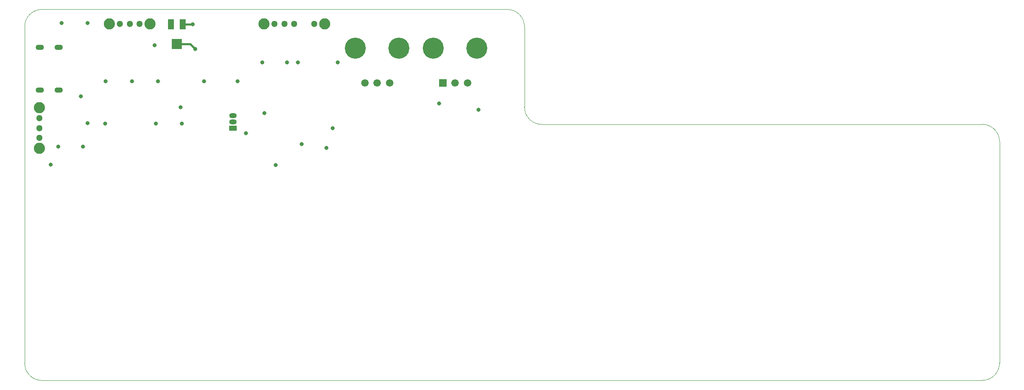
<source format=gbr>
%TF.GenerationSoftware,KiCad,Pcbnew,(6.0.7)*%
%TF.CreationDate,2023-07-12T13:06:09-04:00*%
%TF.ProjectId,Stylophone,5374796c-6f70-4686-9f6e-652e6b696361,rev?*%
%TF.SameCoordinates,Original*%
%TF.FileFunction,Copper,L4,Bot*%
%TF.FilePolarity,Positive*%
%FSLAX46Y46*%
G04 Gerber Fmt 4.6, Leading zero omitted, Abs format (unit mm)*
G04 Created by KiCad (PCBNEW (6.0.7)) date 2023-07-12 13:06:09*
%MOMM*%
%LPD*%
G01*
G04 APERTURE LIST*
%TA.AperFunction,Profile*%
%ADD10C,0.100000*%
%TD*%
%TA.AperFunction,ComponentPad*%
%ADD11C,1.300000*%
%TD*%
%TA.AperFunction,ComponentPad*%
%ADD12C,2.250000*%
%TD*%
%TA.AperFunction,ComponentPad*%
%ADD13C,1.500000*%
%TD*%
%TA.AperFunction,ComponentPad*%
%ADD14C,4.260000*%
%TD*%
%TA.AperFunction,ComponentPad*%
%ADD15R,1.500000X1.500000*%
%TD*%
%TA.AperFunction,ComponentPad*%
%ADD16R,1.500000X1.050000*%
%TD*%
%TA.AperFunction,ComponentPad*%
%ADD17O,1.500000X1.050000*%
%TD*%
%TA.AperFunction,ComponentPad*%
%ADD18O,1.700000X1.100000*%
%TD*%
%TA.AperFunction,SMDPad,CuDef*%
%ADD19R,1.300000X2.000000*%
%TD*%
%TA.AperFunction,SMDPad,CuDef*%
%ADD20R,2.000000X2.000000*%
%TD*%
%TA.AperFunction,ViaPad*%
%ADD21C,0.800000*%
%TD*%
%TA.AperFunction,Conductor*%
%ADD22C,0.400000*%
%TD*%
G04 APERTURE END LIST*
D10*
X26000000Y-85500000D02*
X120000000Y-85500000D01*
X26000000Y-85500000D02*
G75*
G03*
X22500000Y-89000000I0J-3500000D01*
G01*
X216000000Y-160480000D02*
X26000000Y-160500000D01*
X216000000Y-108720000D02*
X127000000Y-108740000D01*
X216000000Y-160480000D02*
G75*
G03*
X219500000Y-156980000I0J3500000D01*
G01*
X123500000Y-105240000D02*
G75*
G03*
X127000000Y-108740000I3500000J0D01*
G01*
X22500000Y-157000000D02*
G75*
G03*
X26000000Y-160500000I3500000J0D01*
G01*
X123500000Y-89000000D02*
X123500000Y-105240000D01*
X219500000Y-112220000D02*
G75*
G03*
X216000000Y-108720000I-3500000J0D01*
G01*
X22500000Y-89000000D02*
X22500000Y-157000000D01*
X123500000Y-89000000D02*
G75*
G03*
X120000000Y-85500000I-3500000J0D01*
G01*
X219500000Y-156980000D02*
X219500000Y-112220000D01*
D11*
%TO.P,SW2,1,A*%
%TO.N,unconnected-(SW2-Pad1)*%
X45750000Y-88396360D03*
%TO.P,SW2,2,B*%
%TO.N,Net-(COS3-Pad2)*%
X43750000Y-88396360D03*
%TO.P,SW2,3,C*%
%TO.N,GND*%
X41750000Y-88396360D03*
D12*
%TO.P,SW2,4*%
%TO.N,N/C*%
X47850000Y-88396360D03*
%TO.P,SW2,5*%
X39650000Y-88396360D03*
%TD*%
D13*
%TO.P,VR1,1,CCW*%
%TO.N,Net-(RP2-Pad2)*%
X91250000Y-100375000D03*
%TO.P,VR1,2,WIPER*%
%TO.N,GND*%
X93750000Y-100375000D03*
%TO.P,VR1,3,CW*%
%TO.N,unconnected-(VR1-Pad3)*%
X96250000Y-100375000D03*
D14*
%TO.P,VR1,MH1,MH1*%
%TO.N,unconnected-(VR1-PadMH1)*%
X89350000Y-93375000D03*
%TO.P,VR1,MH2,MH2*%
%TO.N,unconnected-(VR1-PadMH2)*%
X98150000Y-93375000D03*
%TD*%
D11*
%TO.P,SW1,1,A*%
%TO.N,Net-(D1-Pad1)*%
X25500000Y-107500000D03*
%TO.P,SW1,2,B*%
%TO.N,+5V*%
X25500000Y-109500000D03*
%TO.P,SW1,3,C*%
%TO.N,unconnected-(SW1-Pad3)*%
X25500000Y-111500000D03*
D12*
%TO.P,SW1,4*%
%TO.N,N/C*%
X25500000Y-105400000D03*
%TO.P,SW1,5*%
X25500000Y-113600000D03*
%TD*%
D15*
%TO.P,VR2,1,CCW*%
%TO.N,Net-(RFD1-Pad2)*%
X107000000Y-100375000D03*
D13*
%TO.P,VR2,2,WIPER*%
%TO.N,Net-(Q3-Pad1)*%
X109500000Y-100375000D03*
%TO.P,VR2,3,CW*%
%TO.N,Net-(Q2-Pad3)*%
X112000000Y-100375000D03*
D14*
%TO.P,VR2,MH1,MH1*%
%TO.N,unconnected-(VR2-PadMH1)*%
X105100000Y-93375000D03*
%TO.P,VR2,MH2,MH2*%
%TO.N,unconnected-(VR2-PadMH2)*%
X113900000Y-93375000D03*
%TD*%
D16*
%TO.P,Q1,1,Anode*%
%TO.N,RESISTOR_MODULE*%
X64570000Y-109520000D03*
D17*
%TO.P,Q1,2,Gate*%
%TO.N,VIB_SIG*%
X64570000Y-108250000D03*
%TO.P,Q1,3,Cathode*%
%TO.N,Net-(Q1-Pad3)*%
X64570000Y-106980000D03*
%TD*%
D11*
%TO.P,SW3,1,1*%
%TO.N,Net-(CHB1-Pad1)*%
X81000000Y-88396360D03*
%TO.P,SW3,2,2*%
%TO.N,RESISTOR_MODULE*%
X77000000Y-88396360D03*
%TO.P,SW3,3,3*%
%TO.N,Net-(CMB1-Pad1)*%
X75000000Y-88396360D03*
%TO.P,SW3,4,4*%
%TO.N,Net-(CLB1-Pad2)*%
X73000000Y-88396360D03*
D12*
%TO.P,SW3,MH1*%
%TO.N,N/C*%
X83100000Y-88396360D03*
%TO.P,SW3,MH2*%
X70900000Y-88396360D03*
%TD*%
D18*
%TO.P,J1,S1,SHIELD*%
%TO.N,GND*%
X25600000Y-93180000D03*
X29400000Y-101820000D03*
X25600000Y-101820000D03*
X29400000Y-93180000D03*
%TD*%
D19*
%TO.P,RV1,1,1*%
%TO.N,unconnected-(RV1-Pad1)*%
X52100000Y-88500000D03*
D20*
%TO.P,RV1,2,2*%
%TO.N,Net-(Q4-Pad2)*%
X53250000Y-92500000D03*
D19*
%TO.P,RV1,3,3*%
%TO.N,Net-(COS4-Pad1)*%
X54400000Y-88500000D03*
%TD*%
D21*
%TO.N,GND*%
X38750000Y-108550000D03*
X75500000Y-96250000D03*
X70937500Y-106500000D03*
X70500000Y-96250000D03*
X85750000Y-96250000D03*
X35250000Y-88250000D03*
X73250000Y-117000000D03*
X54250000Y-108550000D03*
X44150000Y-100070000D03*
X114250000Y-105750000D03*
X29250000Y-113250000D03*
X33850000Y-103075000D03*
X77750000Y-96250000D03*
X49400000Y-100070000D03*
X38900000Y-100050000D03*
X65500000Y-100050000D03*
X78500000Y-112750000D03*
%TO.N,+5V*%
X48750000Y-92750000D03*
X106250000Y-104500000D03*
X83500000Y-113500000D03*
X58750000Y-100050000D03*
X67250000Y-110500000D03*
X35250000Y-108500000D03*
X84750000Y-109500000D03*
X54000000Y-105300000D03*
X30000000Y-88250000D03*
X49000000Y-108550000D03*
X27750000Y-116850000D03*
X34250000Y-113250000D03*
%TO.N,Net-(COS4-Pad1)*%
X56500000Y-88500000D03*
%TO.N,Net-(Q4-Pad2)*%
X57000000Y-93500000D03*
%TD*%
D22*
%TO.N,Net-(COS4-Pad1)*%
X54400000Y-88500000D02*
X56500000Y-88500000D01*
%TO.N,Net-(Q4-Pad2)*%
X56000000Y-92500000D02*
X53250000Y-92500000D01*
X57000000Y-93500000D02*
X56000000Y-92500000D01*
%TD*%
M02*

</source>
